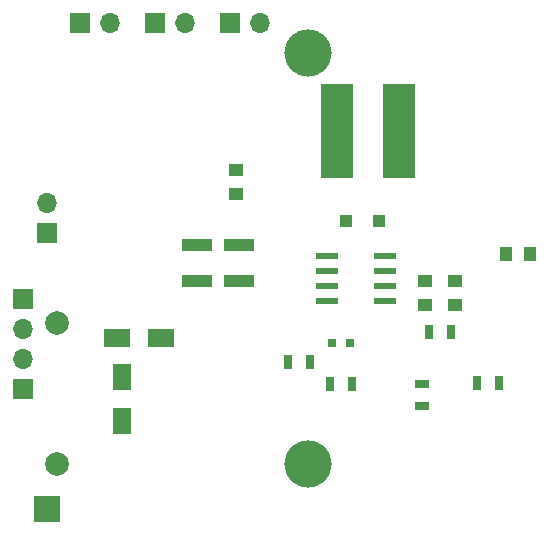
<source format=gbr>
G04 #@! TF.FileFunction,Soldermask,Top*
%FSLAX46Y46*%
G04 Gerber Fmt 4.6, Leading zero omitted, Abs format (unit mm)*
G04 Created by KiCad (PCBNEW 4.0.7) date 2018 January 03, Wednesday 22:06:31*
%MOMM*%
%LPD*%
G01*
G04 APERTURE LIST*
%ADD10C,0.100000*%
%ADD11R,1.000000X1.250000*%
%ADD12R,2.500000X1.000000*%
%ADD13R,1.250000X1.000000*%
%ADD14R,0.800000X0.750000*%
%ADD15R,1.700000X1.700000*%
%ADD16O,1.700000X1.700000*%
%ADD17R,0.700000X1.300000*%
%ADD18R,1.300000X0.700000*%
%ADD19R,1.100000X1.100000*%
%ADD20C,2.000000*%
%ADD21C,4.000000*%
%ADD22R,1.981200X0.558800*%
%ADD23R,2.705100X8.001000*%
%ADD24R,2.180400X1.630000*%
%ADD25R,1.630000X2.180400*%
%ADD26R,2.235200X2.235200*%
G04 APERTURE END LIST*
D10*
D11*
X106950000Y-67818000D03*
X108950000Y-67818000D03*
D12*
X80772000Y-70080000D03*
X80772000Y-67080000D03*
X84328000Y-70080000D03*
X84328000Y-67080000D03*
D13*
X84074000Y-60722000D03*
X84074000Y-62722000D03*
X100076000Y-72120000D03*
X100076000Y-70120000D03*
X102616000Y-72120000D03*
X102616000Y-70120000D03*
D14*
X92214000Y-75387200D03*
X93714000Y-75387200D03*
D15*
X68072000Y-66040000D03*
D16*
X68072000Y-63500000D03*
D15*
X83566000Y-48260000D03*
D16*
X86106000Y-48260000D03*
D17*
X88458000Y-76962000D03*
X90358000Y-76962000D03*
X92014000Y-78841600D03*
X93914000Y-78841600D03*
X106360000Y-78740000D03*
X104460000Y-78740000D03*
X100396000Y-74422000D03*
X102296000Y-74422000D03*
D18*
X99822000Y-78806000D03*
X99822000Y-80706000D03*
D19*
X96142000Y-65024000D03*
X93342000Y-65024000D03*
D15*
X66040000Y-71628000D03*
D16*
X66040000Y-74168000D03*
D15*
X77216000Y-48260000D03*
D16*
X79756000Y-48260000D03*
D15*
X70866000Y-48260000D03*
D16*
X73406000Y-48260000D03*
D15*
X66040000Y-79248000D03*
D16*
X66040000Y-76708000D03*
D20*
X68880000Y-73690000D03*
D21*
X90170000Y-85600000D03*
X90170000Y-50800000D03*
D20*
X68880000Y-85600000D03*
D22*
X91770200Y-67945000D03*
X91770200Y-69215000D03*
X91770200Y-70485000D03*
X91770200Y-71755000D03*
X96697800Y-71755000D03*
X96697800Y-70485000D03*
X96697800Y-69215000D03*
X96697800Y-67945000D03*
D23*
X97904300Y-57404000D03*
X92595700Y-57404000D03*
D24*
X74009600Y-74930000D03*
X77724000Y-74930000D03*
D25*
X74422000Y-78232000D03*
X74422000Y-81946400D03*
D26*
X68072000Y-89408000D03*
M02*

</source>
